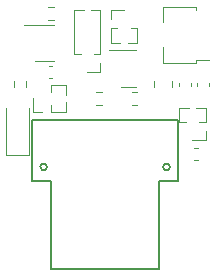
<source format=gbr>
%TF.GenerationSoftware,KiCad,Pcbnew,6.0.7+dfsg-1+b1*%
%TF.CreationDate,2022-11-22T11:59:15+08:00*%
%TF.ProjectId,bauble_pcb,62617562-6c65-45f7-9063-622e6b696361,rev?*%
%TF.SameCoordinates,Original*%
%TF.FileFunction,Legend,Top*%
%TF.FilePolarity,Positive*%
%FSLAX46Y46*%
G04 Gerber Fmt 4.6, Leading zero omitted, Abs format (unit mm)*
G04 Created by KiCad (PCBNEW 6.0.7+dfsg-1+b1) date 2022-11-22 11:59:15*
%MOMM*%
%LPD*%
G01*
G04 APERTURE LIST*
%ADD10C,0.120000*%
%ADD11C,0.150000*%
G04 APERTURE END LIST*
D10*
%TO.C,C5*%
X150565000Y-97238748D02*
X150565000Y-97761252D01*
X152035000Y-97238748D02*
X152035000Y-97761252D01*
%TO.C,C2*%
X141940580Y-95990000D02*
X141659420Y-95990000D01*
X141940580Y-97010000D02*
X141659420Y-97010000D01*
%TO.C,U2*%
X141300000Y-95560000D02*
X140500000Y-95560000D01*
X141300000Y-92440000D02*
X142100000Y-92440000D01*
X141300000Y-95560000D02*
X142100000Y-95560000D01*
X141300000Y-92440000D02*
X139500000Y-92440000D01*
%TO.C,U1*%
X151340000Y-95660000D02*
X151340000Y-94350000D01*
X154060000Y-95660000D02*
X151340000Y-95660000D01*
X154060000Y-95660000D02*
X154060000Y-95430000D01*
X151340000Y-92250000D02*
X151340000Y-90940000D01*
X155200000Y-95430000D02*
X154060000Y-95430000D01*
X154060000Y-90940000D02*
X154060000Y-91170000D01*
X151340000Y-90940000D02*
X154060000Y-90940000D01*
%TO.C,R4*%
X148662742Y-98177500D02*
X149137258Y-98177500D01*
X148662742Y-99222500D02*
X149137258Y-99222500D01*
%TO.C,R3*%
X142037258Y-90977500D02*
X141562742Y-90977500D01*
X142037258Y-92022500D02*
X141562742Y-92022500D01*
%TO.C,R2*%
X146137258Y-98177500D02*
X145662742Y-98177500D01*
X146137258Y-99222500D02*
X145662742Y-99222500D01*
%TO.C,R1*%
X139722500Y-97737258D02*
X139722500Y-97262742D01*
X138677500Y-97737258D02*
X138677500Y-97262742D01*
%TO.C,Q1*%
X148400000Y-94640000D02*
X149050000Y-94640000D01*
X148400000Y-97760000D02*
X149050000Y-97760000D01*
X148400000Y-94640000D02*
X146725000Y-94640000D01*
X148400000Y-97760000D02*
X147750000Y-97760000D01*
%TO.C,J4*%
X148563471Y-92760000D02*
X149110000Y-92760000D01*
X146890000Y-92760000D02*
X147436529Y-92760000D01*
X146890000Y-91240000D02*
X148000000Y-91240000D01*
X146890000Y-92760000D02*
X146890000Y-93965000D01*
X146890000Y-93965000D02*
X147692470Y-93965000D01*
X146890000Y-92000000D02*
X146890000Y-91240000D01*
X149110000Y-92760000D02*
X149110000Y-93965000D01*
X148307530Y-93965000D02*
X149110000Y-93965000D01*
%TO.C,J3*%
X141860000Y-98136529D02*
X141860000Y-97590000D01*
X141860000Y-99810000D02*
X141860000Y-99263471D01*
X140340000Y-99810000D02*
X140340000Y-98700000D01*
X141860000Y-99810000D02*
X143065000Y-99810000D01*
X143065000Y-99810000D02*
X143065000Y-99007530D01*
X141100000Y-99810000D02*
X140340000Y-99810000D01*
X141860000Y-97590000D02*
X143065000Y-97590000D01*
X143065000Y-98392470D02*
X143065000Y-97590000D01*
%TO.C,J2*%
X146010000Y-96460000D02*
X144900000Y-96460000D01*
X146010000Y-94940000D02*
X145463471Y-94940000D01*
X144336529Y-94940000D02*
X143790000Y-94940000D01*
X146010000Y-95700000D02*
X146010000Y-96460000D01*
X146010000Y-94940000D02*
X146010000Y-91195000D01*
X144592470Y-91195000D02*
X143790000Y-91195000D01*
X143790000Y-94940000D02*
X143790000Y-91195000D01*
X146010000Y-91195000D02*
X145207530Y-91195000D01*
%TO.C,J1*%
X153236529Y-100690000D02*
X152690000Y-100690000D01*
X154910000Y-100690000D02*
X154363471Y-100690000D01*
X154910000Y-102210000D02*
X153800000Y-102210000D01*
X154910000Y-100690000D02*
X154910000Y-99485000D01*
X154910000Y-99485000D02*
X154107530Y-99485000D01*
X154910000Y-101450000D02*
X154910000Y-102210000D01*
X152690000Y-100690000D02*
X152690000Y-99485000D01*
X153492470Y-99485000D02*
X152690000Y-99485000D01*
D11*
%TO.C,DISP1*%
X140200000Y-100500000D02*
X152600000Y-100500000D01*
X152600000Y-100500000D02*
X152600000Y-105700000D01*
X152600000Y-105700000D02*
X151000000Y-105700000D01*
X151000000Y-105700000D02*
X151000000Y-113100000D01*
X151000000Y-113100000D02*
X141800000Y-113100000D01*
X141800000Y-113100000D02*
X141800000Y-105700000D01*
X141800000Y-105700000D02*
X140200000Y-105700000D01*
X140200000Y-105700000D02*
X140200000Y-100500000D01*
X141482843Y-104500000D02*
G75*
G03*
X141482843Y-104500000I-282843J0D01*
G01*
X151882843Y-104500000D02*
G75*
G03*
X151882843Y-104500000I-282843J0D01*
G01*
D10*
%TO.C,D1*%
X140000000Y-103450000D02*
X140000000Y-99550000D01*
X138000000Y-103450000D02*
X140000000Y-103450000D01*
X138000000Y-103450000D02*
X138000000Y-99550000D01*
%TO.C,C4*%
X153959420Y-103910000D02*
X154240580Y-103910000D01*
X153959420Y-102890000D02*
X154240580Y-102890000D01*
%TO.C,C3*%
X152690000Y-97359420D02*
X152690000Y-97640580D01*
X153710000Y-97359420D02*
X153710000Y-97640580D01*
%TO.C,C1*%
X155210000Y-97359420D02*
X155210000Y-97640580D01*
X154190000Y-97359420D02*
X154190000Y-97640580D01*
%TD*%
M02*

</source>
